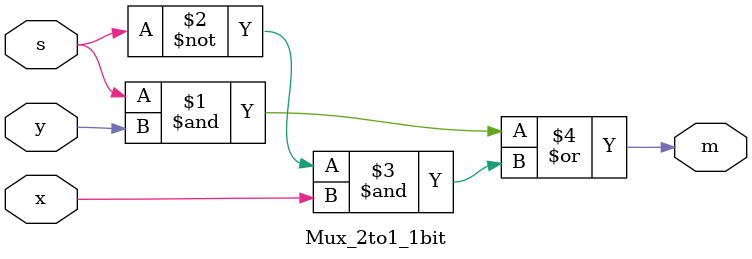
<source format=v>
module Mux_2to1_1bit (m,s,x,y);
input s,x,y;
output m;
	assign m = (s & y) | (~s & x);
endmodule
</source>
